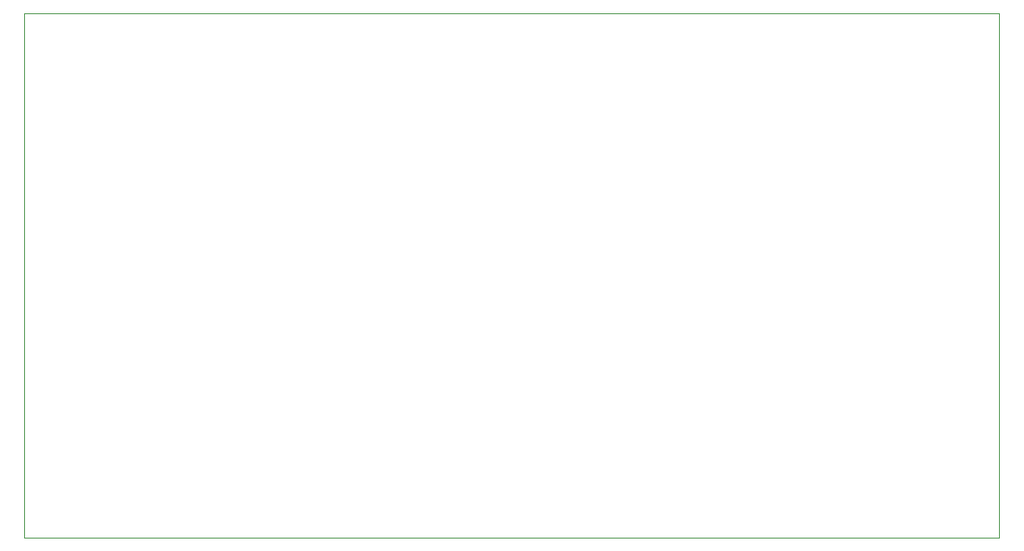
<source format=gbr>
%TF.GenerationSoftware,Altium Limited,Altium Designer,24.1.2 (44)*%
G04 Layer_Color=0*
%FSLAX45Y45*%
%MOMM*%
%TF.SameCoordinates,7D1D8A4D-2C7A-4F71-9711-01752012572A*%
%TF.FilePolarity,Positive*%
%TF.FileFunction,Profile,NP*%
%TF.Part,Single*%
G01*
G75*
%TA.AperFunction,Profile*%
%ADD29C,0.02540*%
D29*
X0Y0D02*
Y5333999D01*
X9906000Y5334000D01*
X9906000Y0D01*
X0Y0D01*
%TF.MD5,4215e055485a7bdc9fb2959895f6e463*%
M02*

</source>
